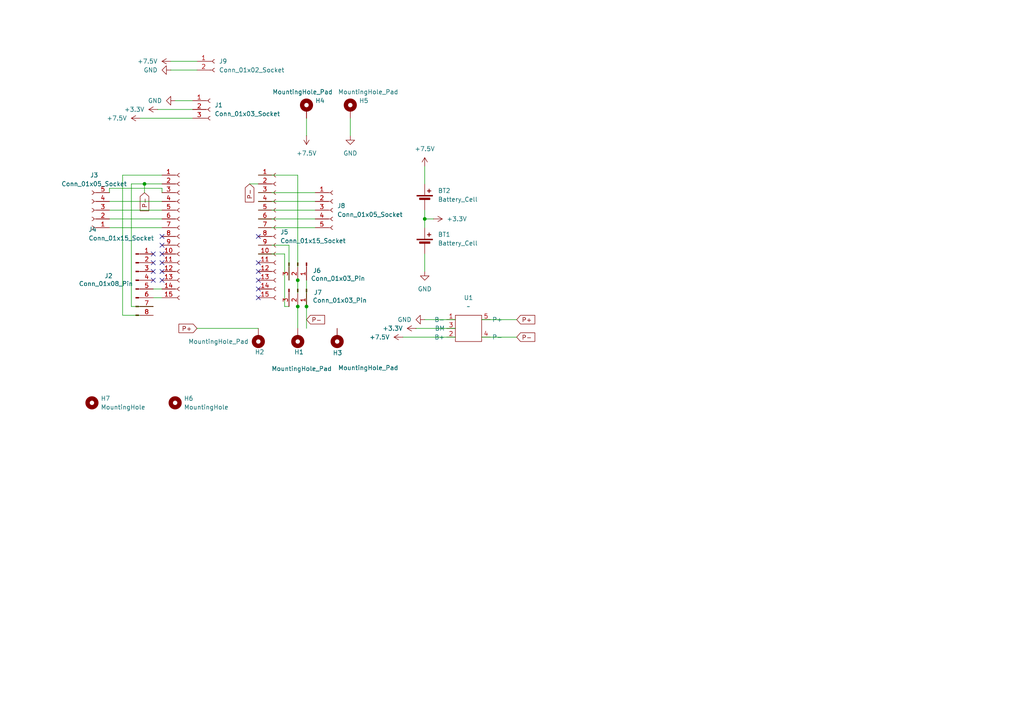
<source format=kicad_sch>
(kicad_sch (version 20250114) (generator "eeschema") (generator_version "9.0")
  (paper "A4")
  (lib_symbols
    (symbol "Connector:Conn_01x02_Socket" (pin_names (offset 1.016) (hide yes))
      (property "Reference" "J" (at 0 2.54 0))
      (property "Value" "Conn_01x02_Socket" (at 0 -5.08 0))
      (symbol "Conn_01x02_Socket_1_1"
        (polyline (pts (xy -1.27 0) (xy -0.508 0)) (stroke (width 0.1524)))
        (polyline (pts (xy -1.27 -2.54) (xy -0.508 -2.54)) (stroke (width 0.1524)))
        (arc (start 0 -0.508) (mid -0.5058 0) (end 0 0.508) (stroke (width 0.1524)))
        (arc (start 0 -3.048) (mid -0.5058 -2.54) (end 0 -2.032) (stroke (width 0.1524)))
        (pin passive line (at -5.08 0 0) (length 3.81) (name "Pin_1") (number "1"))
        (pin passive line (at -5.08 -2.54 0) (length 3.81) (name "Pin_2") (number "2"))
      )
    )
    (symbol "Connector:Conn_01x03_Pin" (pin_names (offset 1.016) (hide yes))
      (property "Reference" "J" (at 0 5.08 0))
      (property "Value" "Conn_01x03_Pin" (at 0 -5.08 0))
      (symbol "Conn_01x03_Pin_1_1"
        (rectangle (start 0.8636 2.667) (end 0 2.413) (stroke (width 0.1524)) (fill (type outline)))
        (rectangle (start 0.8636 0.127) (end 0 -0.127) (stroke (width 0.1524)) (fill (type outline)))
        (rectangle (start 0.8636 -2.413) (end 0 -2.667) (stroke (width 0.1524)) (fill (type outline)))
        (polyline (pts (xy 1.27 2.54) (xy 0.8636 2.54)) (stroke (width 0.1524)))
        (polyline (pts (xy 1.27 0) (xy 0.8636 0)) (stroke (width 0.1524)))
        (polyline (pts (xy 1.27 -2.54) (xy 0.8636 -2.54)) (stroke (width 0.1524)))
        (pin passive line (at 5.08 2.54 180) (length 3.81) (name "Pin_1") (number "1"))
        (pin passive line (at 5.08 0 180) (length 3.81) (name "Pin_2") (number "2"))
        (pin passive line (at 5.08 -2.54 180) (length 3.81) (name "Pin_3") (number "3"))
      )
    )
    (symbol "Connector:Conn_01x03_Socket" (pin_names (offset 1.016) (hide yes))
      (property "Reference" "J" (at 0 5.08 0))
      (property "Value" "Conn_01x03_Socket" (at 0 -5.08 0))
      (symbol "Conn_01x03_Socket_1_1"
        (polyline (pts (xy -1.27 2.54) (xy -0.508 2.54)) (stroke (width 0.1524)))
        (polyline (pts (xy -1.27 0) (xy -0.508 0)) (stroke (width 0.1524)))
        (polyline (pts (xy -1.27 -2.54) (xy -0.508 -2.54)) (stroke (width 0.1524)))
        (arc (start 0 2.032) (mid -0.5058 2.54) (end 0 3.048) (stroke (width 0.1524)))
        (arc (start 0 -0.508) (mid -0.5058 0) (end 0 0.508) (stroke (width 0.1524)))
        (arc (start 0 -3.048) (mid -0.5058 -2.54) (end 0 -2.032) (stroke (width 0.1524)))
        (pin passive line (at -5.08 2.54 0) (length 3.81) (name "Pin_1") (number "1"))
        (pin passive line (at -5.08 0 0) (length 3.81) (name "Pin_2") (number "2"))
        (pin passive line (at -5.08 -2.54 0) (length 3.81) (name "Pin_3") (number "3"))
      )
    )
    (symbol "Connector:Conn_01x05_Socket" (pin_names (offset 1.016) (hide yes))
      (property "Reference" "J" (at 0 7.62 0))
      (property "Value" "Conn_01x05_Socket" (at 0 -7.62 0))
      (symbol "Conn_01x05_Socket_1_1"
        (polyline (pts (xy -1.27 5.08) (xy -0.508 5.08)) (stroke (width 0.1524)))
        (polyline (pts (xy -1.27 2.54) (xy -0.508 2.54)) (stroke (width 0.1524)))
        (polyline (pts (xy -1.27 0) (xy -0.508 0)) (stroke (width 0.1524)))
        (polyline (pts (xy -1.27 -2.54) (xy -0.508 -2.54)) (stroke (width 0.1524)))
        (polyline (pts (xy -1.27 -5.08) (xy -0.508 -5.08)) (stroke (width 0.1524)))
        (arc (start 0 4.572) (mid -0.5058 5.08) (end 0 5.588) (stroke (width 0.1524)))
        (arc (start 0 2.032) (mid -0.5058 2.54) (end 0 3.048) (stroke (width 0.1524)))
        (arc (start 0 -0.508) (mid -0.5058 0) (end 0 0.508) (stroke (width 0.1524)))
        (arc (start 0 -3.048) (mid -0.5058 -2.54) (end 0 -2.032) (stroke (width 0.1524)))
        (arc (start 0 -5.588) (mid -0.5058 -5.08) (end 0 -4.572) (stroke (width 0.1524)))
        (pin passive line (at -5.08 5.08 0) (length 3.81) (name "Pin_1") (number "1"))
        (pin passive line (at -5.08 2.54 0) (length 3.81) (name "Pin_2") (number "2"))
        (pin passive line (at -5.08 0 0) (length 3.81) (name "Pin_3") (number "3"))
        (pin passive line (at -5.08 -2.54 0) (length 3.81) (name "Pin_4") (number "4"))
        (pin passive line (at -5.08 -5.08 0) (length 3.81) (name "Pin_5") (number "5"))
      )
    )
    (symbol "Connector:Conn_01x08_Pin" (pin_names (offset 1.016) (hide yes))
      (property "Reference" "J" (at 0 10.16 0))
      (property "Value" "Conn_01x08_Pin" (at 0 -12.7 0))
      (symbol "Conn_01x08_Pin_1_1"
        (rectangle (start 0.8636 7.747) (end 0 7.493) (stroke (width 0.1524)) (fill (type outline)))
        (rectangle (start 0.8636 5.207) (end 0 4.953) (stroke (width 0.1524)) (fill (type outline)))
        (rectangle (start 0.8636 2.667) (end 0 2.413) (stroke (width 0.1524)) (fill (type outline)))
        (rectangle (start 0.8636 0.127) (end 0 -0.127) (stroke (width 0.1524)) (fill (type outline)))
        (rectangle (start 0.8636 -2.413) (end 0 -2.667) (stroke (width 0.1524)) (fill (type outline)))
        (rectangle (start 0.8636 -4.953) (end 0 -5.207) (stroke (width 0.1524)) (fill (type outline)))
        (rectangle (start 0.8636 -7.493) (end 0 -7.747) (stroke (width 0.1524)) (fill (type outline)))
        (rectangle (start 0.8636 -10.033) (end 0 -10.287) (stroke (width 0.1524)) (fill (type outline)))
        (polyline (pts (xy 1.27 7.62) (xy 0.8636 7.62)) (stroke (width 0.1524)))
        (polyline (pts (xy 1.27 5.08) (xy 0.8636 5.08)) (stroke (width 0.1524)))
        (polyline (pts (xy 1.27 2.54) (xy 0.8636 2.54)) (stroke (width 0.1524)))
        (polyline (pts (xy 1.27 0) (xy 0.8636 0)) (stroke (width 0.1524)))
        (polyline (pts (xy 1.27 -2.54) (xy 0.8636 -2.54)) (stroke (width 0.1524)))
        (polyline (pts (xy 1.27 -5.08) (xy 0.8636 -5.08)) (stroke (width 0.1524)))
        (polyline (pts (xy 1.27 -7.62) (xy 0.8636 -7.62)) (stroke (width 0.1524)))
        (polyline (pts (xy 1.27 -10.16) (xy 0.8636 -10.16)) (stroke (width 0.1524)))
        (pin passive line (at 5.08 7.62 180) (length 3.81) (name "Pin_1") (number "1"))
        (pin passive line (at 5.08 5.08 180) (length 3.81) (name "Pin_2") (number "2"))
        (pin passive line (at 5.08 2.54 180) (length 3.81) (name "Pin_3") (number "3"))
        (pin passive line (at 5.08 0 180) (length 3.81) (name "Pin_4") (number "4"))
        (pin passive line (at 5.08 -2.54 180) (length 3.81) (name "Pin_5") (number "5"))
        (pin passive line (at 5.08 -5.08 180) (length 3.81) (name "Pin_6") (number "6"))
        (pin passive line (at 5.08 -7.62 180) (length 3.81) (name "Pin_7") (number "7"))
        (pin passive line (at 5.08 -10.16 180) (length 3.81) (name "Pin_8") (number "8"))
      )
    )
    (symbol "Connector:Conn_01x15_Socket" (pin_names (offset 1.016) (hide yes))
      (property "Reference" "J" (at 0 20.32 0))
      (property "Value" "Conn_01x15_Socket" (at 0 -20.32 0))
      (symbol "Conn_01x15_Socket_1_1"
        (polyline (pts (xy -1.27 17.78) (xy -0.508 17.78)) (stroke (width 0.1524)))
        (polyline (pts (xy -1.27 15.24) (xy -0.508 15.24)) (stroke (width 0.1524)))
        (polyline (pts (xy -1.27 12.7) (xy -0.508 12.7)) (stroke (width 0.1524)))
        (polyline (pts (xy -1.27 10.16) (xy -0.508 10.16)) (stroke (width 0.1524)))
        (polyline (pts (xy -1.27 7.62) (xy -0.508 7.62)) (stroke (width 0.1524)))
        (polyline (pts (xy -1.27 5.08) (xy -0.508 5.08)) (stroke (width 0.1524)))
        (polyline (pts (xy -1.27 2.54) (xy -0.508 2.54)) (stroke (width 0.1524)))
        (polyline (pts (xy -1.27 0) (xy -0.508 0)) (stroke (width 0.1524)))
        (polyline (pts (xy -1.27 -2.54) (xy -0.508 -2.54)) (stroke (width 0.1524)))
        (polyline (pts (xy -1.27 -5.08) (xy -0.508 -5.08)) (stroke (width 0.1524)))
        (polyline (pts (xy -1.27 -7.62) (xy -0.508 -7.62)) (stroke (width 0.1524)))
        (polyline (pts (xy -1.27 -10.16) (xy -0.508 -10.16)) (stroke (width 0.1524)))
        (polyline (pts (xy -1.27 -12.7) (xy -0.508 -12.7)) (stroke (width 0.1524)))
        (polyline (pts (xy -1.27 -15.24) (xy -0.508 -15.24)) (stroke (width 0.1524)))
        (polyline (pts (xy -1.27 -17.78) (xy -0.508 -17.78)) (stroke (width 0.1524)))
        (arc (start 0 17.272) (mid -0.5058 17.78) (end 0 18.288) (stroke (width 0.1524)))
        (arc (start 0 14.732) (mid -0.5058 15.24) (end 0 15.748) (stroke (width 0.1524)))
        (arc (start 0 12.192) (mid -0.5058 12.7) (end 0 13.208) (stroke (width 0.1524)))
        (arc (start 0 9.652) (mid -0.5058 10.16) (end 0 10.668) (stroke (width 0.1524)))
        (arc (start 0 7.112) (mid -0.5058 7.62) (end 0 8.128) (stroke (width 0.1524)))
        (arc (start 0 4.572) (mid -0.5058 5.08) (end 0 5.588) (stroke (width 0.1524)))
        (arc (start 0 2.032) (mid -0.5058 2.54) (end 0 3.048) (stroke (width 0.1524)))
        (arc (start 0 -0.508) (mid -0.5058 0) (end 0 0.508) (stroke (width 0.1524)))
        (arc (start 0 -3.048) (mid -0.5058 -2.54) (end 0 -2.032) (stroke (width 0.1524)))
        (arc (start 0 -5.588) (mid -0.5058 -5.08) (end 0 -4.572) (stroke (width 0.1524)))
        (arc (start 0 -8.128) (mid -0.5058 -7.62) (end 0 -7.112) (stroke (width 0.1524)))
        (arc (start 0 -10.668) (mid -0.5058 -10.16) (end 0 -9.652) (stroke (width 0.1524)))
        (arc (start 0 -13.208) (mid -0.5058 -12.7) (end 0 -12.192) (stroke (width 0.1524)))
        (arc (start 0 -15.748) (mid -0.5058 -15.24) (end 0 -14.732) (stroke (width 0.1524)))
        (arc (start 0 -18.288) (mid -0.5058 -17.78) (end 0 -17.272) (stroke (width 0.1524)))
        (pin passive line (at -5.08 17.78 0) (length 3.81) (name "Pin_1") (number "1"))
        (pin passive line (at -5.08 15.24 0) (length 3.81) (name "Pin_2") (number "2"))
        (pin passive line (at -5.08 12.7 0) (length 3.81) (name "Pin_3") (number "3"))
        (pin passive line (at -5.08 10.16 0) (length 3.81) (name "Pin_4") (number "4"))
        (pin passive line (at -5.08 7.62 0) (length 3.81) (name "Pin_5") (number "5"))
        (pin passive line (at -5.08 5.08 0) (length 3.81) (name "Pin_6") (number "6"))
        (pin passive line (at -5.08 2.54 0) (length 3.81) (name "Pin_7") (number "7"))
        (pin passive line (at -5.08 0 0) (length 3.81) (name "Pin_8") (number "8"))
        (pin passive line (at -5.08 -2.54 0) (length 3.81) (name "Pin_9") (number "9"))
        (pin passive line (at -5.08 -5.08 0) (length 3.81) (name "Pin_10") (number "10"))
        (pin passive line (at -5.08 -7.62 0) (length 3.81) (name "Pin_11") (number "11"))
        (pin passive line (at -5.08 -10.16 0) (length 3.81) (name "Pin_12") (number "12"))
        (pin passive line (at -5.08 -12.7 0) (length 3.81) (name "Pin_13") (number "13"))
        (pin passive line (at -5.08 -15.24 0) (length 3.81) (name "Pin_14") (number "14"))
        (pin passive line (at -5.08 -17.78 0) (length 3.81) (name "Pin_15") (number "15"))
      )
    )
    (symbol "Device:Battery_Cell" (pin_numbers (hide yes)) (pin_names (offset 0) (hide yes))
      (property "Reference" "BT" (at 2.54 2.54 0))
      (property "Value" "Battery_Cell" (at 2.54 0 0))
      (symbol "Battery_Cell_0_1"
        (rectangle (start -2.286 1.778) (end 2.286 1.524) (fill (type outline)))
        (rectangle (start -1.524 1.016) (end 1.524 0.508) (fill (type outline)))
        (polyline (pts (xy 0 1.778) (xy 0 2.54)))
        (polyline (pts (xy 0 0.762) (xy 0 0)))
        (polyline (pts (xy 0.762 3.048) (xy 1.778 3.048)) (stroke (width 0.254)))
        (polyline (pts (xy 1.27 3.556) (xy 1.27 2.54)) (stroke (width 0.254)))
      )
      (symbol "Battery_Cell_1_1"
        (pin passive line (at 0 5.08 270) (length 2.54) (name "+") (number "1"))
        (pin passive line (at 0 -2.54 90) (length 2.54) (name "-") (number "2"))
      )
    )
    (symbol "Mechanical:MountingHole" (pin_names (offset 1.016)) (in_bom no)
      (property "Reference" "H" (at 0 5.08 0))
      (property "Value" "MountingHole" (at 0 3.175 0))
      (symbol "MountingHole_0_1"
        (circle (center 0 0) (radius 1.27) (stroke (width 1.27)))
      )
    )
    (symbol "Mechanical:MountingHole_Pad" (pin_numbers (hide yes)) (pin_names (offset 1.016) (hide yes)) (in_bom no)
      (property "Reference" "H" (at 0 6.35 0))
      (property "Value" "MountingHole_Pad" (at 0 4.445 0))
      (symbol "MountingHole_Pad_0_1"
        (circle (center 0 1.27) (radius 1.27) (stroke (width 1.27)))
      )
      (symbol "MountingHole_Pad_1_1"
        (pin input line (at 0 -2.54 90) (length 2.54) (name "1") (number "1"))
      )
    )
    (symbol "custom_symbols:hx_2s_01"
      (property "Reference" "U1" (at -3.81 5.08 0))
      (property "Value" "~" (at -3.81 2.54 0))
      (symbol "hx_2s_01_0_1"
        (rectangle (start 0 0) (end -7.62 -7.62))
      )
      (symbol "hx_2s_01_1_1"
        (pin input line (at -7.62 -1.27 180) (length 2.54) (name "B-") (number "1"))
        (pin input line (at -7.62 -3.81 180) (length 2.54) (name "BM") (number "3"))
        (pin input line (at -7.62 -6.35 180) (length 2.54) (name "B+") (number "2"))
        (pin output line (at 0 -1.27 0) (length 2.54) (name "P+") (number "5"))
        (pin output line (at 0 -6.35 0) (length 2.54) (name "P-") (number "4"))
      )
    )
    (symbol "power:+3.3V" (power) (pin_numbers (hide yes)) (pin_names (offset 0) (hide yes))
      (property "Value" "+3.3V" (at 0 3.556 0))
      (symbol "+3.3V_0_1"
        (polyline (pts (xy -0.762 1.27) (xy 0 2.54)))
        (polyline (pts (xy 0 2.54) (xy 0.762 1.27)))
        (polyline (pts (xy 0 0) (xy 0 2.54)))
      )
      (symbol "+3.3V_1_1"
        (pin power_in line (at 0 0 90) (length 0) (name "~") (number "1"))
      )
    )
    (symbol "power:+7.5V" (power) (pin_numbers (hide yes)) (pin_names (offset 0) (hide yes))
      (property "Value" "+7.5V" (at 0 3.556 0))
      (symbol "+7.5V_0_1"
        (polyline (pts (xy -0.762 1.27) (xy 0 2.54)))
        (polyline (pts (xy 0 2.54) (xy 0.762 1.27)))
        (polyline (pts (xy 0 0) (xy 0 2.54)))
      )
      (symbol "+7.5V_1_1"
        (pin power_in line (at 0 0 90) (length 0) (name "~") (number "1"))
      )
    )
    (symbol "power:GND" (power) (pin_numbers (hide yes)) (pin_names (offset 0) (hide yes))
      (property "Value" "GND" (at 0 -3.81 0))
      (symbol "GND_0_1"
        (polyline (pts (xy 0 0) (xy 0 -1.27) (xy 1.27 -1.27) (xy 0 -2.54) (xy -1.27 -1.27) (xy 0 -1.27)))
      )
      (symbol "GND_1_1"
        (pin power_in line (at 0 0 270) (length 0) (name "~") (number "1"))
      )
    )
  )
  (junction (at 86.36 88.9))
  (junction (at 88.9 88.9))
  (junction (at 41.91 53.34))
  (junction (at 123.19 63.5))
  (junction (at 86.36 81.28))
  (no_connect (at 44.45 73.66))
  (no_connect (at 74.93 86.36))
  (no_connect (at 46.99 71.12))
  (no_connect (at 74.93 78.74))
  (no_connect (at 74.93 76.2))
  (no_connect (at 74.93 68.58))
  (no_connect (at 46.99 73.66))
  (no_connect (at 44.45 78.74))
  (no_connect (at 46.99 76.2))
  (no_connect (at 46.99 68.58))
  (no_connect (at 46.99 78.74))
  (no_connect (at 74.93 81.28))
  (no_connect (at 74.93 83.82))
  (no_connect (at 46.99 81.28))
  (no_connect (at 44.45 76.2))
  (no_connect (at 44.45 81.28))
  (wire (pts (xy 31.75 66.04) (xy 46.99 66.04)))
  (wire (pts (xy 44.45 83.82) (xy 46.99 83.82)))
  (wire (pts (xy 46.99 54.61) (xy 46.99 55.88)))
  (wire (pts (xy 49.53 17.78) (xy 57.15 17.78)))
  (wire (pts (xy 88.9 88.9) (xy 88.9 95.25)))
  (wire (pts (xy 74.93 60.96) (xy 91.44 60.96)))
  (wire (pts (xy 31.75 60.96) (xy 46.99 60.96)))
  (wire (pts (xy 123.19 63.5) (xy 123.19 66.04)))
  (wire (pts (xy 123.19 60.96) (xy 123.19 63.5)))
  (wire (pts (xy 31.75 55.88) (xy 31.75 54.61)))
  (wire (pts (xy 74.93 73.66) (xy 82.55 73.66)))
  (wire (pts (xy 120.65 95.25) (xy 132.08 95.25)))
  (wire (pts (xy 86.36 81.28) (xy 86.36 88.9)))
  (wire (pts (xy 38.1 88.9) (xy 38.1 53.34)))
  (wire (pts (xy 74.93 55.88) (xy 91.44 55.88)))
  (wire (pts (xy 31.75 54.61) (xy 46.99 54.61)))
  (wire (pts (xy 82.55 73.66) (xy 82.55 88.9)))
  (wire (pts (xy 41.91 53.34) (xy 41.91 55.88)))
  (wire (pts (xy 35.56 50.8) (xy 46.99 50.8)))
  (wire (pts (xy 88.9 34.29) (xy 88.9 39.37)))
  (wire (pts (xy 41.91 53.34) (xy 46.99 53.34)))
  (wire (pts (xy 123.19 73.66) (xy 123.19 78.74)))
  (wire (pts (xy 57.15 95.25) (xy 74.93 95.25)))
  (wire (pts (xy 116.84 97.79) (xy 132.08 97.79)))
  (wire (pts (xy 101.6 34.29) (xy 101.6 39.37)))
  (wire (pts (xy 86.36 81.28) (xy 86.36 50.8)))
  (wire (pts (xy 139.7 92.71) (xy 149.86 92.71)))
  (wire (pts (xy 74.93 66.04) (xy 91.44 66.04)))
  (wire (pts (xy 86.36 50.8) (xy 74.93 50.8)))
  (wire (pts (xy 123.19 63.5) (xy 125.73 63.5)))
  (wire (pts (xy 50.8 29.21) (xy 55.88 29.21)))
  (wire (pts (xy 74.93 63.5) (xy 91.44 63.5)))
  (wire (pts (xy 72.39 53.34) (xy 74.93 53.34)))
  (wire (pts (xy 38.1 53.34) (xy 41.91 53.34)))
  (wire (pts (xy 40.64 34.29) (xy 55.88 34.29)))
  (wire (pts (xy 74.93 58.42) (xy 91.44 58.42)))
  (wire (pts (xy 44.45 91.44) (xy 35.56 91.44)))
  (wire (pts (xy 86.36 88.9) (xy 86.36 95.25)))
  (wire (pts (xy 83.82 71.12) (xy 74.93 71.12)))
  (wire (pts (xy 31.75 63.5) (xy 46.99 63.5)))
  (wire (pts (xy 123.19 48.26) (xy 123.19 53.34)))
  (wire (pts (xy 139.7 97.79) (xy 149.86 97.79)))
  (wire (pts (xy 45.72 31.75) (xy 55.88 31.75)))
  (wire (pts (xy 31.75 58.42) (xy 46.99 58.42)))
  (wire (pts (xy 44.45 86.36) (xy 46.99 86.36)))
  (wire (pts (xy 44.45 88.9) (xy 38.1 88.9)))
  (wire (pts (xy 82.55 88.9) (xy 83.82 88.9)))
  (wire (pts (xy 123.19 92.71) (xy 132.08 92.71)))
  (wire (pts (xy 83.82 81.28) (xy 83.82 71.12)))
  (wire (pts (xy 88.9 81.28) (xy 88.9 88.9)))
  (wire (pts (xy 49.53 20.32) (xy 57.15 20.32)))
  (wire (pts (xy 35.56 91.44) (xy 35.56 50.8)))
  (global_label "P-" (shape input) (at 88.9 92.71 0) (property "Intersheetrefs" "${INTERSHEET_REFS}" (effects (hide yes))))
  (global_label "P-" (shape input) (at 72.39 53.34 270) (property "Intersheetrefs" "${INTERSHEET_REFS}" (effects (hide yes))))
  (global_label "P+" (shape input) (at 57.15 95.25 180) (property "Intersheetrefs" "${INTERSHEET_REFS}" (effects (hide yes))))
  (global_label "P-" (shape input) (at 149.86 97.79 0) (property "Intersheetrefs" "${INTERSHEET_REFS}" (effects (hide yes))))
  (global_label "P-" (shape input) (at 41.91 55.88 270) (property "Intersheetrefs" "${INTERSHEET_REFS}" (effects (hide yes))))
  (global_label "P+" (shape input) (at 149.86 92.71 0) (property "Intersheetrefs" "${INTERSHEET_REFS}" (effects (hide yes))))
  (symbol (lib_id "power:+7.5V") (at 123.19 48.26 0) (unit 1)
    (property "Reference" "#PWR07" (effects (hide yes)))
    (property "Value" "+7.5V" (at 123.19 43.18 0))
    (property "Description" "Power symbol creates a global label with name \"+7.5V\"" (effects (hide yes)))
  )
  (symbol (lib_id "Device:Battery_Cell") (at 123.19 58.42 0) (unit 1)
    (property "Reference" "BT2" (at 127 55.3084 0) (effects (justify left)))
    (property "Value" "Battery_Cell" (at 127 57.8484 0) (effects (justify left)))
    (property "Footprint" "Battery:BatteryHolder_Keystone_1042_1x18650" (effects (hide yes)))
    (property "Description" "Single-cell battery" (effects (hide yes)))
  )
  (symbol (lib_id "power:GND") (at 49.53 20.32 270) (unit 1)
    (property "Reference" "#PWR013" (effects (hide yes)))
    (property "Value" "GND" (at 45.72 20.3199 90) (effects (justify right)))
    (property "Description" "Power symbol creates a global label with name \"GND\" , ground" (effects (hide yes)))
  )
  (symbol (lib_id "Mechanical:MountingHole_Pad") (at 74.93 97.79 180) (unit 1) (in_bom no)
    (property "Reference" "H2" (at 73.914 102.108 0) (effects (justify right)))
    (property "Value" "MountingHole_Pad" (at 54.61 99.06 0) (effects (justify right)))
    (property "Footprint" "MountingHole:MountingHole_2.2mm_M2_Pad" (effects (hide yes)))
    (property "Description" "Mounting Hole with connection" (effects (hide yes)))
  )
  (symbol (lib_id "Connector:Conn_01x05_Socket") (at 26.67 60.96 180) (unit 1)
    (property "Reference" "J3" (at 27.305 50.8 0))
    (property "Value" "Conn_01x05_Socket" (at 27.305 53.34 0))
    (property "Footprint" "Connector_PinSocket_2.54mm:PinSocket_1x05_P2.54mm_Vertical" (effects (hide yes)))
    (property "Description" "Generic connector, single row, 01x05, script generated" (effects (hide yes)))
  )
  (symbol (lib_id "Connector:Conn_01x15_Socket") (at 80.01 68.58 0) (unit 1)
    (property "Reference" "J5" (at 81.28 67.3099 0) (effects (justify left)))
    (property "Value" "Conn_01x15_Socket" (at 81.28 69.8499 0) (effects (justify left)))
    (property "Footprint" "Connector_PinSocket_2.54mm:PinSocket_1x15_P2.54mm_Vertical" (effects (hide yes)))
    (property "Description" "Generic connector, single row, 01x15, script generated" (effects (hide yes)))
  )
  (symbol (lib_id "Connector:Conn_01x15_Socket") (at 52.07 68.58 0) (unit 1)
    (property "Reference" "J4" (at 25.654 66.548 0) (effects (justify left)))
    (property "Value" "Conn_01x15_Socket" (at 25.654 69.088 0) (effects (justify left)))
    (property "Footprint" "Connector_PinSocket_2.54mm:PinSocket_1x15_P2.54mm_Vertical" (effects (hide yes)))
    (property "Description" "Generic connector, single row, 01x15, script generated" (effects (hide yes)))
  )
  (symbol (lib_id "power:+3.3V") (at 45.72 31.75 90) (unit 1)
    (property "Reference" "#PWR011" (effects (hide yes)))
    (property "Value" "+3.3V" (at 41.91 31.7499 90) (effects (justify left)))
    (property "Description" "Power symbol creates a global label with name \"+3.3V\"" (effects (hide yes)))
  )
  (symbol (lib_id "Mechanical:MountingHole") (at 26.67 116.84 0) (unit 1) (in_bom no)
    (property "Reference" "H7" (at 29.21 115.5699 0) (effects (justify left)))
    (property "Value" "MountingHole" (at 29.21 118.1099 0) (effects (justify left)))
    (property "Footprint" "MountingHole:MountingHole_3.2mm_M3" (effects (hide yes)))
    (property "Description" "Mounting Hole without connection" (effects (hide yes)))
  )
  (symbol (lib_id "Connector:Conn_01x02_Socket") (at 62.23 17.78 0) (unit 1)
    (property "Reference" "J9" (at 63.5 17.7799 0) (effects (justify left)))
    (property "Value" "Conn_01x02_Socket" (at 63.5 20.3199 0) (effects (justify left)))
    (property "Footprint" "Connector_JST:JST_XH_B2B-XH-AM_1x02_P2.50mm_Vertical" (effects (hide yes)))
    (property "Description" "Generic connector, single row, 01x02, script generated" (effects (hide yes)))
  )
  (symbol (lib_id "Mechanical:MountingHole_Pad") (at 88.9 31.75 0) (unit 1) (in_bom no)
    (property "Reference" "H4" (at 91.44 29.2099 0) (effects (justify left)))
    (property "Value" "MountingHole_Pad" (at 78.994 26.67 0) (effects (justify left)))
    (property "Footprint" "MountingHole:MountingHole_2.2mm_M2_Pad" (effects (hide yes)))
    (property "Description" "Mounting Hole with connection" (effects (hide yes)))
  )
  (symbol (lib_id "power:GND") (at 123.19 92.71 270) (unit 1)
    (property "Reference" "#PWR02" (effects (hide yes)))
    (property "Value" "GND" (at 119.38 92.7099 90) (effects (justify right)))
    (property "Description" "Power symbol creates a global label with name \"GND\" , ground" (effects (hide yes)))
  )
  (symbol (lib_id "Connector:Conn_01x05_Socket") (at 96.52 60.96 0) (unit 1)
    (property "Reference" "J8" (at 97.79 59.6899 0) (effects (justify left)))
    (property "Value" "Conn_01x05_Socket" (at 97.79 62.2299 0) (effects (justify left)))
    (property "Footprint" "Connector_PinSocket_2.54mm:PinSocket_1x05_P2.54mm_Vertical" (effects (hide yes)))
    (property "Description" "Generic connector, single row, 01x05, script generated" (effects (hide yes)))
  )
  (symbol (lib_id "power:+7.5V") (at 40.64 34.29 90) (unit 1)
    (property "Reference" "#PWR012" (effects (hide yes)))
    (property "Value" "+7.5V" (at 36.83 34.2899 90) (effects (justify left)))
    (property "Description" "Power symbol creates a global label with name \"+7.5V\"" (effects (hide yes)))
  )
  (symbol (lib_id "Mechanical:MountingHole_Pad") (at 101.6 31.75 0) (unit 1) (in_bom no)
    (property "Reference" "H5" (at 104.14 29.2099 0) (effects (justify left)))
    (property "Value" "MountingHole_Pad" (at 98.044 26.67 0) (effects (justify left)))
    (property "Footprint" "MountingHole:MountingHole_2.2mm_M2_Pad" (effects (hide yes)))
    (property "Description" "Mounting Hole with connection" (effects (hide yes)))
  )
  (symbol (lib_id "Mechanical:MountingHole") (at 50.8 116.84 0) (unit 1) (in_bom no)
    (property "Reference" "H6" (at 53.34 115.5699 0) (effects (justify left)))
    (property "Value" "MountingHole" (at 53.34 118.1099 0) (effects (justify left)))
    (property "Footprint" "MountingHole:MountingHole_3.2mm_M3" (effects (hide yes)))
    (property "Description" "Mounting Hole without connection" (effects (hide yes)))
  )
  (symbol (lib_id "power:+7.5V") (at 116.84 97.79 90) (unit 1)
    (property "Reference" "#PWR04" (effects (hide yes)))
    (property "Value" "+7.5V" (at 113.03 97.7899 90) (effects (justify left)))
    (property "Description" "Power symbol creates a global label with name \"+7.5V\"" (effects (hide yes)))
  )
  (symbol (lib_id "power:+7.5V") (at 88.9 39.37 180) (unit 1)
    (property "Reference" "#PWR06" (effects (hide yes)))
    (property "Value" "+7.5V" (at 88.9 44.45 0))
    (property "Description" "Power symbol creates a global label with name \"+7.5V\"" (effects (hide yes)))
  )
  (symbol (lib_id "Mechanical:MountingHole_Pad") (at 86.36 97.79 180) (unit 1) (in_bom no)
    (property "Reference" "H1" (at 85.344 102.108 0) (effects (justify right)))
    (property "Value" "MountingHole_Pad" (at 78.74 106.934 0) (effects (justify right)))
    (property "Footprint" "MountingHole:MountingHole_2.2mm_M2_Pad" (effects (hide yes)))
    (property "Description" "Mounting Hole with connection" (effects (hide yes)))
  )
  (symbol (lib_id "power:GND") (at 50.8 29.21 270) (unit 1)
    (property "Reference" "#PWR010" (effects (hide yes)))
    (property "Value" "GND" (at 46.99 29.2099 90) (effects (justify right)))
    (property "Description" "Power symbol creates a global label with name \"GND\" , ground" (effects (hide yes)))
  )
  (symbol (lib_id "Connector:Conn_01x03_Socket") (at 60.96 31.75 0) (unit 1)
    (property "Reference" "J1" (at 62.23 30.4799 0) (effects (justify left)))
    (property "Value" "Conn_01x03_Socket" (at 62.23 33.0199 0) (effects (justify left)))
    (property "Footprint" "Connector_JST:JST_XH_S3B-XH-A_1x03_P2.50mm_Horizontal" (effects (hide yes)))
    (property "Description" "Generic connector, single row, 01x03, script generated" (effects (hide yes)))
  )
  (symbol (lib_id "Connector:Conn_01x03_Pin") (at 86.36 83.82 270) (unit 1)
    (property "Reference" "J7" (at 92.202 84.836 90))
    (property "Value" "Conn_01x03_Pin" (at 98.552 87.122 90))
    (property "Footprint" "Connector_PinHeader_2.54mm:PinHeader_1x03_P2.54mm_Vertical" (effects (hide yes)))
    (property "Description" "Generic connector, single row, 01x03, script generated" (effects (hide yes)))
  )
  (symbol (lib_id "power:GND") (at 123.19 78.74 0) (unit 1)
    (property "Reference" "#PWR05" (effects (hide yes)))
    (property "Value" "GND" (at 123.19 83.82 0))
    (property "Description" "Power symbol creates a global label with name \"GND\" , ground" (effects (hide yes)))
  )
  (symbol (lib_id "power:+3.3V") (at 120.65 95.25 90) (unit 1)
    (property "Reference" "#PWR03" (effects (hide yes)))
    (property "Value" "+3.3V" (at 116.84 95.2499 90) (effects (justify left)))
    (property "Description" "Power symbol creates a global label with name \"+3.3V\"" (effects (hide yes)))
  )
  (symbol (lib_id "power:GND") (at 101.6 39.37 0) (unit 1)
    (property "Reference" "#PWR01" (effects (hide yes)))
    (property "Value" "GND" (at 101.6 44.45 0))
    (property "Description" "Power symbol creates a global label with name \"GND\" , ground" (effects (hide yes)))
  )
  (symbol (lib_id "Connector:Conn_01x03_Pin") (at 86.36 76.2 270) (unit 1)
    (property "Reference" "J6" (at 91.948 78.486 90))
    (property "Value" "Conn_01x03_Pin" (at 98.044 80.772 90))
    (property "Footprint" "Connector_PinHeader_2.54mm:PinHeader_1x03_P2.54mm_Vertical" (effects (hide yes)))
    (property "Description" "Generic connector, single row, 01x03, script generated" (effects (hide yes)))
  )
  (symbol (lib_id "custom_symbols:hx_2s_01") (at 139.7 91.44 0) (unit 1)
    (property "Reference" "U1" (at 135.89 86.36 0))
    (property "Value" "~" (at 135.89 88.9 0))
    (property "Footprint" "Library:hx-2s-01" (effects (hide yes)))
  )
  (symbol (lib_id "Device:Battery_Cell") (at 123.19 71.12 0) (unit 1)
    (property "Reference" "BT1" (at 127 68.0084 0) (effects (justify left)))
    (property "Value" "Battery_Cell" (at 127 70.5484 0) (effects (justify left)))
    (property "Footprint" "Battery:BatteryHolder_Keystone_1042_1x18650" (effects (hide yes)))
    (property "Description" "Single-cell battery" (effects (hide yes)))
  )
  (symbol (lib_id "Connector:Conn_01x08_Pin") (at 39.37 81.28 0) (unit 1)
    (property "Reference" "J2" (at 31.496 80.01 0))
    (property "Value" "Conn_01x08_Pin" (at 30.734 82.296 0))
    (property "Footprint" "Connector_PinHeader_2.54mm:PinHeader_1x08_P2.54mm_Vertical" (effects (hide yes)))
    (property "Description" "Generic connector, single row, 01x08, script generated" (effects (hide yes)))
  )
  (symbol (lib_id "Mechanical:MountingHole_Pad") (at 97.79 97.79 180) (unit 1) (in_bom no)
    (property "Reference" "H3" (at 96.52 102.362 0) (effects (justify right)))
    (property "Value" "MountingHole_Pad" (at 98.044 106.68 0) (effects (justify right)))
    (property "Footprint" "MountingHole:MountingHole_2.2mm_M2_Pad" (effects (hide yes)))
    (property "Description" "Mounting Hole with connection" (effects (hide yes)))
  )
  (symbol (lib_id "power:+7.5V") (at 49.53 17.78 90) (unit 1)
    (property "Reference" "#PWR09" (effects (hide yes)))
    (property "Value" "+7.5V" (at 45.72 17.7799 90) (effects (justify left)))
    (property "Description" "Power symbol creates a global label with name \"+7.5V\"" (effects (hide yes)))
  )
  (symbol (lib_id "power:+3.3V") (at 125.73 63.5 270) (unit 1)
    (property "Reference" "#PWR08" (effects (hide yes)))
    (property "Value" "+3.3V" (at 129.54 63.4999 90) (effects (justify left)))
    (property "Description" "Power symbol creates a global label with name \"+3.3V\"" (effects (hide yes)))
  )
)
</source>
